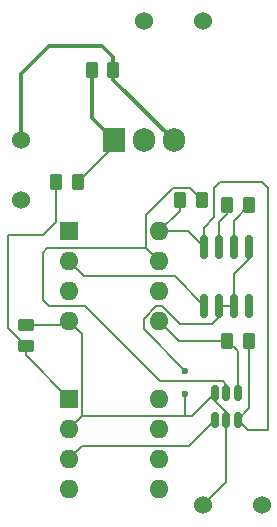
<source format=gbr>
%TF.GenerationSoftware,KiCad,Pcbnew,8.0.9*%
%TF.CreationDate,2025-03-06T03:58:24+03:00*%
%TF.ProjectId,dmx_led_controller,646d785f-6c65-4645-9f63-6f6e74726f6c,rev?*%
%TF.SameCoordinates,Original*%
%TF.FileFunction,Copper,L1,Top*%
%TF.FilePolarity,Positive*%
%FSLAX46Y46*%
G04 Gerber Fmt 4.6, Leading zero omitted, Abs format (unit mm)*
G04 Created by KiCad (PCBNEW 8.0.9) date 2025-03-06 03:58:24*
%MOMM*%
%LPD*%
G01*
G04 APERTURE LIST*
G04 Aperture macros list*
%AMRoundRect*
0 Rectangle with rounded corners*
0 $1 Rounding radius*
0 $2 $3 $4 $5 $6 $7 $8 $9 X,Y pos of 4 corners*
0 Add a 4 corners polygon primitive as box body*
4,1,4,$2,$3,$4,$5,$6,$7,$8,$9,$2,$3,0*
0 Add four circle primitives for the rounded corners*
1,1,$1+$1,$2,$3*
1,1,$1+$1,$4,$5*
1,1,$1+$1,$6,$7*
1,1,$1+$1,$8,$9*
0 Add four rect primitives between the rounded corners*
20,1,$1+$1,$2,$3,$4,$5,0*
20,1,$1+$1,$4,$5,$6,$7,0*
20,1,$1+$1,$6,$7,$8,$9,0*
20,1,$1+$1,$8,$9,$2,$3,0*%
G04 Aperture macros list end*
%TA.AperFunction,ComponentPad*%
%ADD10R,1.905000X2.000000*%
%TD*%
%TA.AperFunction,ComponentPad*%
%ADD11O,1.905000X2.000000*%
%TD*%
%TA.AperFunction,ComponentPad*%
%ADD12R,1.600000X1.600000*%
%TD*%
%TA.AperFunction,ComponentPad*%
%ADD13O,1.600000X1.600000*%
%TD*%
%TA.AperFunction,SMDPad,CuDef*%
%ADD14RoundRect,0.250000X-0.450000X0.262500X-0.450000X-0.262500X0.450000X-0.262500X0.450000X0.262500X0*%
%TD*%
%TA.AperFunction,SMDPad,CuDef*%
%ADD15RoundRect,0.250000X-0.262500X-0.450000X0.262500X-0.450000X0.262500X0.450000X-0.262500X0.450000X0*%
%TD*%
%TA.AperFunction,SMDPad,CuDef*%
%ADD16RoundRect,0.150000X0.150000X-0.825000X0.150000X0.825000X-0.150000X0.825000X-0.150000X-0.825000X0*%
%TD*%
%TA.AperFunction,ComponentPad*%
%ADD17C,1.524000*%
%TD*%
%TA.AperFunction,SMDPad,CuDef*%
%ADD18RoundRect,0.250000X0.262500X0.450000X-0.262500X0.450000X-0.262500X-0.450000X0.262500X-0.450000X0*%
%TD*%
%TA.AperFunction,SMDPad,CuDef*%
%ADD19RoundRect,0.150000X0.150000X-0.512500X0.150000X0.512500X-0.150000X0.512500X-0.150000X-0.512500X0*%
%TD*%
%TA.AperFunction,ViaPad*%
%ADD20C,0.600000*%
%TD*%
%TA.AperFunction,Conductor*%
%ADD21C,0.200000*%
%TD*%
%TA.AperFunction,Conductor*%
%ADD22C,0.300000*%
%TD*%
G04 APERTURE END LIST*
D10*
%TO.P,Q1,1,G*%
%TO.N,Net-(Q1-G)*%
X147460000Y-92231250D03*
D11*
%TO.P,Q1,2,D*%
%TO.N,Net-(Q1-D)*%
X150000000Y-92231250D03*
%TO.P,Q1,3,S*%
%TO.N,Net-(Q1-S)*%
X152540000Y-92231250D03*
%TD*%
D12*
%TO.P,U1,1,~{RESET}/PB5*%
%TO.N,unconnected-(U1-~{RESET}{slash}PB5-Pad1)*%
X143700000Y-99931250D03*
D13*
%TO.P,U1,2,XTAL1/PB3*%
%TO.N,Net-(U1-XTAL1{slash}PB3)*%
X143700000Y-102471250D03*
%TO.P,U1,3,XTAL2/PB4*%
%TO.N,unconnected-(U1-XTAL2{slash}PB4-Pad3)*%
X143700000Y-105011250D03*
%TO.P,U1,4,GND*%
%TO.N,Net-(Q1-S)*%
X143700000Y-107551250D03*
%TO.P,U1,5,AREF/PB0*%
%TO.N,Net-(U1-AREF{slash}PB0)*%
X151320000Y-107551250D03*
%TO.P,U1,6,PB1*%
%TO.N,unconnected-(U1-PB1-Pad6)*%
X151320000Y-105011250D03*
%TO.P,U1,7,PB2*%
%TO.N,Net-(U1-PB2)*%
X151320000Y-102471250D03*
%TO.P,U1,8,VCC*%
%TO.N,Net-(U1-VCC)*%
X151320000Y-99931250D03*
%TD*%
D14*
%TO.P,R6,1*%
%TO.N,Net-(Q1-S)*%
X140000000Y-107818750D03*
%TO.P,R6,2*%
%TO.N,Net-(R4-Pad1)*%
X140000000Y-109643750D03*
%TD*%
D15*
%TO.P,R4,1*%
%TO.N,Net-(R4-Pad1)*%
X142587500Y-95731250D03*
%TO.P,R4,2*%
%TO.N,Net-(Q1-G)*%
X144412500Y-95731250D03*
%TD*%
D16*
%TO.P,U3,1,RO*%
%TO.N,Net-(U1-XTAL1{slash}PB3)*%
X155095000Y-106206250D03*
%TO.P,U3,2,~{RE}*%
%TO.N,Net-(Q1-S)*%
X156365000Y-106206250D03*
%TO.P,U3,3,DE*%
X157635000Y-106206250D03*
%TO.P,U3,4,DI*%
%TO.N,unconnected-(U3-DI-Pad4)*%
X158905000Y-106206250D03*
%TO.P,U3,5,GND*%
%TO.N,Net-(Q1-S)*%
X158905000Y-101256250D03*
%TO.P,U3,6,A*%
%TO.N,Net-(U3-A)*%
X157635000Y-101256250D03*
%TO.P,U3,7,B*%
%TO.N,Net-(U3-B)*%
X156365000Y-101256250D03*
%TO.P,U3,8,VCC*%
%TO.N,Net-(U1-VCC)*%
X155095000Y-101256250D03*
%TD*%
D12*
%TO.P,U4,1*%
%TO.N,Net-(R4-Pad1)*%
X143700000Y-114111250D03*
D13*
%TO.P,U4,2,-*%
%TO.N,Net-(Q1-S)*%
X143700000Y-116651250D03*
%TO.P,U4,3,+*%
%TO.N,Net-(U2-VOUT)*%
X143700000Y-119191250D03*
%TO.P,U4,4*%
%TO.N,N/C*%
X143700000Y-121731250D03*
%TO.P,U4,5*%
X151320000Y-121731250D03*
%TO.P,U4,6*%
X151320000Y-119191250D03*
%TO.P,U4,7*%
X151320000Y-116651250D03*
%TO.P,U4,8*%
X151320000Y-114111250D03*
%TD*%
D17*
%TO.P,LED_LINE1,1,1*%
%TO.N,Net-(Q1-D)*%
X150000000Y-82131250D03*
%TO.P,LED_LINE1,2,2*%
%TO.N,Net-(LED_LINE1-Pad2)*%
X155000000Y-82131250D03*
%TD*%
%TO.P,VCC2,1,1*%
%TO.N,Net-(Q1-S)*%
X155000000Y-123131250D03*
%TO.P,VCC2,2,2*%
%TO.N,Net-(LED_LINE1-Pad2)*%
X160000000Y-123131250D03*
%TD*%
D18*
%TO.P,R5,1*%
%TO.N,Net-(Q1-S)*%
X147412500Y-86231250D03*
%TO.P,R5,2*%
%TO.N,Net-(Q1-G)*%
X145587500Y-86231250D03*
%TD*%
D15*
%TO.P,R1,1*%
%TO.N,Net-(U1-VCC)*%
X153087500Y-97231250D03*
%TO.P,R1,2*%
%TO.N,Net-(U1-PB2)*%
X154912500Y-97231250D03*
%TD*%
D19*
%TO.P,U2,1,VOUT*%
%TO.N,Net-(U2-VOUT)*%
X156050000Y-115868750D03*
%TO.P,U2,2,VSS*%
%TO.N,Net-(Q1-S)*%
X157000000Y-115868750D03*
%TO.P,U2,3,VDD*%
%TO.N,Net-(U1-VCC)*%
X157950000Y-115868750D03*
%TO.P,U2,4,SDA*%
%TO.N,Net-(U1-AREF{slash}PB0)*%
X157950000Y-113593750D03*
%TO.P,U2,5,SCL*%
%TO.N,Net-(U1-PB2)*%
X157000000Y-113593750D03*
%TO.P,U2,6,A0*%
%TO.N,Net-(Q1-S)*%
X156050000Y-113593750D03*
%TD*%
D15*
%TO.P,R3,1*%
%TO.N,Net-(U3-B)*%
X157087500Y-97731250D03*
%TO.P,R3,2*%
%TO.N,Net-(U3-A)*%
X158912500Y-97731250D03*
%TD*%
D17*
%TO.P,VCC1,1,1*%
%TO.N,Net-(Q1-S)*%
X139600000Y-92231250D03*
%TO.P,VCC1,2,2*%
%TO.N,Net-(U1-VCC)*%
X139600000Y-97231250D03*
%TD*%
D18*
%TO.P,R2,1*%
%TO.N,Net-(U1-VCC)*%
X158912500Y-109231250D03*
%TO.P,R2,2*%
%TO.N,Net-(U1-AREF{slash}PB0)*%
X157087500Y-109231250D03*
%TD*%
D20*
%TO.N,Net-(Q1-S)*%
X153500000Y-113731250D03*
X153500000Y-111731250D03*
%TD*%
D21*
%TO.N,Net-(Q1-G)*%
X147460000Y-92683750D02*
X147460000Y-92231250D01*
D22*
X145587500Y-86231250D02*
X145587500Y-90358750D01*
D21*
X144412500Y-95731250D02*
X147460000Y-92683750D01*
D22*
X145587500Y-90358750D02*
X147460000Y-92231250D01*
%TO.N,Net-(Q1-S)*%
X147412500Y-87103750D02*
X152540000Y-92231250D01*
D21*
X157635000Y-106206250D02*
X156365000Y-106206250D01*
D22*
X146500000Y-84231250D02*
X142000000Y-84231250D01*
D21*
X150000000Y-107315615D02*
X150000000Y-108231250D01*
X151555635Y-106231250D02*
X151084365Y-106231250D01*
X155000000Y-123131250D02*
X157000000Y-121131250D01*
X144800000Y-108651250D02*
X144800000Y-115551250D01*
X150000000Y-108231250D02*
X153500000Y-111731250D01*
X158905000Y-102231249D02*
X157635000Y-103501249D01*
X157000000Y-115231250D02*
X156050000Y-114281250D01*
X157635000Y-103501249D02*
X157635000Y-106206250D01*
X156365000Y-106206250D02*
X156365000Y-107181249D01*
X156365000Y-107181249D02*
X155814999Y-107731250D01*
X151084365Y-106231250D02*
X150000000Y-107315615D01*
X158905000Y-101256250D02*
X158905000Y-102231249D01*
D22*
X147412500Y-86231250D02*
X147412500Y-85143750D01*
D21*
X156050000Y-114281250D02*
X156050000Y-113593750D01*
X144800000Y-115551250D02*
X143700000Y-116651250D01*
X153500000Y-115551250D02*
X153500000Y-113731250D01*
X155814999Y-107731250D02*
X153055635Y-107731250D01*
D22*
X139600000Y-86631250D02*
X139600000Y-92231250D01*
D21*
X140000000Y-107818750D02*
X143432500Y-107818750D01*
X154092500Y-115551250D02*
X153500000Y-115551250D01*
X156050000Y-113593750D02*
X156050000Y-113281250D01*
X143700000Y-107551250D02*
X144800000Y-108651250D01*
X157000000Y-115868750D02*
X157000000Y-115231250D01*
X153055635Y-107731250D02*
X151555635Y-106231250D01*
X143432500Y-107818750D02*
X143700000Y-107551250D01*
X157000000Y-121131250D02*
X157000000Y-115868750D01*
D22*
X142000000Y-84231250D02*
X139600000Y-86631250D01*
X147412500Y-86231250D02*
X147412500Y-87103750D01*
D21*
X156050000Y-113593750D02*
X154092500Y-115551250D01*
D22*
X147412500Y-85143750D02*
X146500000Y-84231250D01*
D21*
X153500000Y-115551250D02*
X144800000Y-115551250D01*
%TO.N,Net-(U1-PB2)*%
X154912500Y-97231250D02*
X153912500Y-96231250D01*
X142000000Y-106231250D02*
X145000000Y-106231250D01*
X157000000Y-112931251D02*
X157000000Y-113593750D01*
X141860000Y-101371250D02*
X141500000Y-101731250D01*
X141500000Y-101731250D02*
X141500000Y-105731250D01*
X156699999Y-112631250D02*
X157000000Y-112931251D01*
X150220000Y-101371250D02*
X141860000Y-101371250D01*
X151320000Y-102471250D02*
X150220000Y-101371250D01*
X141500000Y-105731250D02*
X142000000Y-106231250D01*
X152500000Y-96231250D02*
X150220000Y-98511250D01*
X153912500Y-96231250D02*
X152500000Y-96231250D01*
X150220000Y-98511250D02*
X150220000Y-101371250D01*
X145000000Y-106231250D02*
X151400000Y-112631250D01*
X151400000Y-112631250D02*
X156699999Y-112631250D01*
%TO.N,Net-(U1-VCC)*%
X156500000Y-95731250D02*
X156000000Y-96231250D01*
X153087500Y-98163750D02*
X151320000Y-99931250D01*
X160500000Y-96231250D02*
X160000000Y-95731250D01*
X156000000Y-98731250D02*
X155095000Y-99636250D01*
X157950000Y-115868750D02*
X158812500Y-116731250D01*
X153087500Y-97231250D02*
X153087500Y-98163750D01*
X160000000Y-95731250D02*
X156500000Y-95731250D01*
X155095000Y-99636250D02*
X155095000Y-101256250D01*
X158812500Y-116731250D02*
X160500000Y-116731250D01*
X160500000Y-116731250D02*
X160500000Y-96231250D01*
X156000000Y-96231250D02*
X156000000Y-98731250D01*
X158912500Y-114906250D02*
X158912500Y-109231250D01*
X153770000Y-99931250D02*
X151320000Y-99931250D01*
X157950000Y-115868750D02*
X158912500Y-114906250D01*
X155095000Y-101256250D02*
X153770000Y-99931250D01*
%TO.N,Net-(U1-AREF{slash}PB0)*%
X157950000Y-113593750D02*
X157950000Y-110093750D01*
X153000000Y-109231250D02*
X151320000Y-107551250D01*
X157087500Y-109231250D02*
X153000000Y-109231250D01*
X157950000Y-110093750D02*
X157087500Y-109231250D01*
%TO.N,Net-(U3-A)*%
X157635000Y-99008750D02*
X158912500Y-97731250D01*
X157635000Y-101256250D02*
X157635000Y-99008750D01*
%TO.N,Net-(U3-B)*%
X157087500Y-97731250D02*
X157087500Y-98431250D01*
X157087500Y-98431250D02*
X156365000Y-99153750D01*
X156365000Y-99153750D02*
X156365000Y-101256250D01*
%TO.N,Net-(R4-Pad1)*%
X140000000Y-110411250D02*
X143700000Y-114111250D01*
X142587500Y-95731250D02*
X142587500Y-99143750D01*
X141500000Y-100231250D02*
X138500000Y-100231250D01*
X140000000Y-109643750D02*
X140000000Y-110411250D01*
X142587500Y-99143750D02*
X141500000Y-100231250D01*
X138500000Y-108143750D02*
X140000000Y-109643750D01*
X138500000Y-100231250D02*
X138500000Y-108143750D01*
%TO.N,Net-(U1-XTAL1{slash}PB3)*%
X144960000Y-103731250D02*
X143700000Y-102471250D01*
X155095000Y-106206250D02*
X152620000Y-103731250D01*
X152620000Y-103731250D02*
X144960000Y-103731250D01*
%TO.N,Net-(U2-VOUT)*%
X144800000Y-118091250D02*
X143700000Y-119191250D01*
X156050000Y-115868750D02*
X153827500Y-118091250D01*
X153827500Y-118091250D02*
X144800000Y-118091250D01*
%TD*%
M02*

</source>
